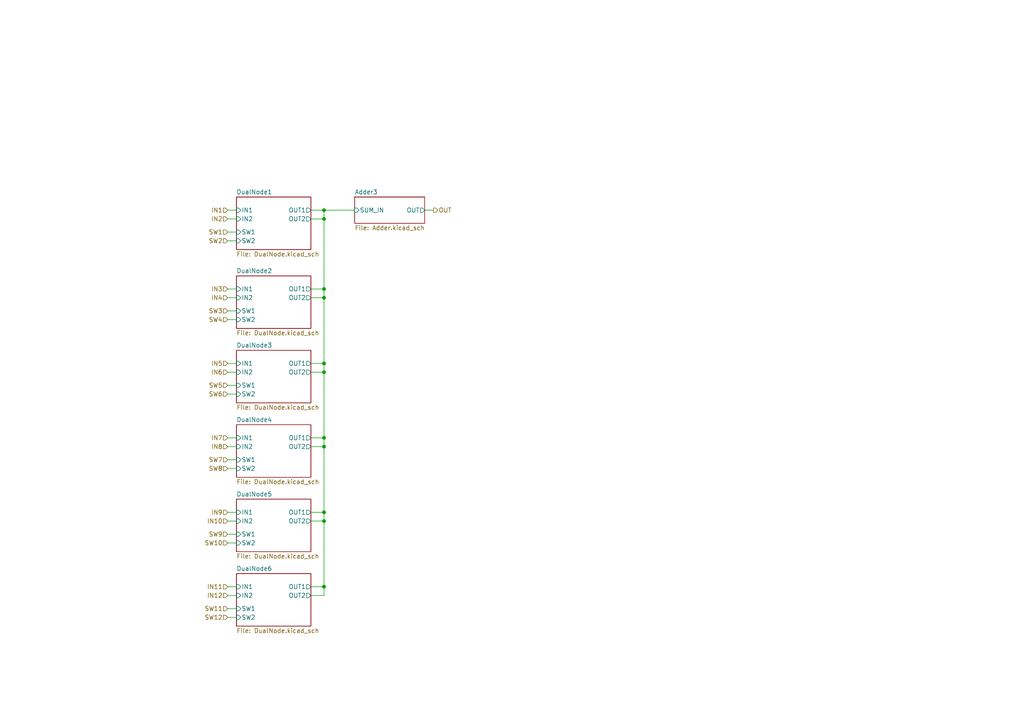
<source format=kicad_sch>
(kicad_sch (version 20221004) (generator eeschema)
  (paper "A4")
  (lib_symbols)
  (junction (at 93.98 105.41))
  (junction (at 93.98 63.5))
  (junction (at 93.98 129.54))
  (junction (at 93.98 151.13))
  (junction (at 93.98 60.96))
  (junction (at 93.98 83.82))
  (junction (at 93.98 148.59))
  (junction (at 93.98 127))
  (junction (at 93.98 170.18))
  (junction (at 93.98 107.95))
  (junction (at 93.98 86.36))
  (wire (pts (xy 66.04 90.17) (xy 68.58 90.17)))
  (wire (pts (xy 93.98 63.5) (xy 93.98 60.96)))
  (wire (pts (xy 66.04 92.71) (xy 68.58 92.71)))
  (wire (pts (xy 66.04 133.35) (xy 68.58 133.35)))
  (wire (pts (xy 66.04 172.72) (xy 68.58 172.72)))
  (wire (pts (xy 90.17 170.18) (xy 93.98 170.18)))
  (wire (pts (xy 93.98 129.54) (xy 93.98 148.59)))
  (wire (pts (xy 66.04 107.95) (xy 68.58 107.95)))
  (wire (pts (xy 66.04 148.59) (xy 68.58 148.59)))
  (wire (pts (xy 90.17 86.36) (xy 93.98 86.36)))
  (wire (pts (xy 90.17 107.95) (xy 93.98 107.95)))
  (wire (pts (xy 66.04 151.13) (xy 68.58 151.13)))
  (wire (pts (xy 93.98 60.96) (xy 102.87 60.96)))
  (wire (pts (xy 66.04 176.53) (xy 68.58 176.53)))
  (wire (pts (xy 66.04 129.54) (xy 68.58 129.54)))
  (wire (pts (xy 93.98 170.18) (xy 93.98 151.13)))
  (wire (pts (xy 66.04 114.3) (xy 68.58 114.3)))
  (wire (pts (xy 66.04 63.5) (xy 68.58 63.5)))
  (wire (pts (xy 93.98 105.41) (xy 93.98 86.36)))
  (wire (pts (xy 90.17 127) (xy 93.98 127)))
  (wire (pts (xy 93.98 83.82) (xy 93.98 63.5)))
  (wire (pts (xy 66.04 69.85) (xy 68.58 69.85)))
  (wire (pts (xy 90.17 172.72) (xy 93.98 172.72)))
  (wire (pts (xy 90.17 151.13) (xy 93.98 151.13)))
  (wire (pts (xy 66.04 67.31) (xy 68.58 67.31)))
  (wire (pts (xy 93.98 107.95) (xy 93.98 105.41)))
  (wire (pts (xy 90.17 60.96) (xy 93.98 60.96)))
  (wire (pts (xy 93.98 172.72) (xy 93.98 170.18)))
  (wire (pts (xy 123.19 60.96) (xy 125.73 60.96)))
  (wire (pts (xy 90.17 63.5) (xy 93.98 63.5)))
  (wire (pts (xy 93.98 127) (xy 93.98 129.54)))
  (wire (pts (xy 93.98 107.95) (xy 93.98 127)))
  (wire (pts (xy 90.17 148.59) (xy 93.98 148.59)))
  (wire (pts (xy 66.04 127) (xy 68.58 127)))
  (wire (pts (xy 66.04 105.41) (xy 68.58 105.41)))
  (wire (pts (xy 66.04 154.94) (xy 68.58 154.94)))
  (wire (pts (xy 93.98 86.36) (xy 93.98 83.82)))
  (wire (pts (xy 90.17 105.41) (xy 93.98 105.41)))
  (wire (pts (xy 66.04 86.36) (xy 68.58 86.36)))
  (wire (pts (xy 93.98 148.59) (xy 93.98 151.13)))
  (wire (pts (xy 66.04 135.89) (xy 68.58 135.89)))
  (wire (pts (xy 66.04 179.07) (xy 68.58 179.07)))
  (wire (pts (xy 66.04 170.18) (xy 68.58 170.18)))
  (wire (pts (xy 66.04 111.76) (xy 68.58 111.76)))
  (wire (pts (xy 66.04 157.48) (xy 68.58 157.48)))
  (wire (pts (xy 66.04 60.96) (xy 68.58 60.96)))
  (wire (pts (xy 66.04 83.82) (xy 68.58 83.82)))
  (wire (pts (xy 90.17 129.54) (xy 93.98 129.54)))
  (wire (pts (xy 90.17 83.82) (xy 93.98 83.82)))
  (hierarchical_label "IN4" (shape input) (at 66.04 86.36 180))
  (hierarchical_label "SW12" (shape input) (at 66.04 179.07 180))
  (hierarchical_label "OUT" (shape output) (at 125.73 60.96 0))
  (hierarchical_label "IN7" (shape input) (at 66.04 127 180))
  (hierarchical_label "IN1" (shape input) (at 66.04 60.96 180))
  (hierarchical_label "SW4" (shape input) (at 66.04 92.71 180))
  (hierarchical_label "IN8" (shape input) (at 66.04 129.54 180))
  (hierarchical_label "SW6" (shape input) (at 66.04 114.3 180))
  (hierarchical_label "SW11" (shape input) (at 66.04 176.53 180))
  (hierarchical_label "SW3" (shape input) (at 66.04 90.17 180))
  (hierarchical_label "SW9" (shape input) (at 66.04 154.94 180))
  (hierarchical_label "IN9" (shape input) (at 66.04 148.59 180))
  (hierarchical_label "SW2" (shape input) (at 66.04 69.85 180))
  (hierarchical_label "IN6" (shape input) (at 66.04 107.95 180))
  (hierarchical_label "SW8" (shape input) (at 66.04 135.89 180))
  (hierarchical_label "IN5" (shape input) (at 66.04 105.41 180))
  (hierarchical_label "SW7" (shape input) (at 66.04 133.35 180))
  (hierarchical_label "IN10" (shape input) (at 66.04 151.13 180))
  (hierarchical_label "IN2" (shape input) (at 66.04 63.5 180))
  (hierarchical_label "IN11" (shape input) (at 66.04 170.18 180))
  (hierarchical_label "SW5" (shape input) (at 66.04 111.76 180))
  (hierarchical_label "IN12" (shape input) (at 66.04 172.72 180))
  (hierarchical_label "SW1" (shape input) (at 66.04 67.31 180))
  (hierarchical_label "IN3" (shape input) (at 66.04 83.82 180))
  (hierarchical_label "SW10" (shape input) (at 66.04 157.48 180))
  (sheet (at 68.58 166.37) (size 21.59 15.24) (stroke (width 0.1524))
    (property "Sheetname" "DualNode6" (at 68.58 165.6584 0) (effects (justify left bottom)))
    (property "Sheetfile" "DualNode.kicad_sch" (at 68.58 182.1946 0) (effects (justify left top)))
    (pin "OUT1" output (at 90.17 170.18 0))
    (pin "OUT2" output (at 90.17 172.72 0))
    (pin "IN1" input (at 68.58 170.18 180))
    (pin "SW1" input (at 68.58 176.53 180))
    (pin "SW2" input (at 68.58 179.07 180))
    (pin "IN2" input (at 68.58 172.72 180))
  )
  (sheet (at 68.58 101.6) (size 21.59 15.24) (stroke (width 0.1524))
    (property "Sheetname" "DualNode3" (at 68.58 100.8884 0) (effects (justify left bottom)))
    (property "Sheetfile" "DualNode.kicad_sch" (at 68.58 117.4246 0) (effects (justify left top)))
    (pin "OUT1" output (at 90.17 105.41 0))
    (pin "OUT2" output (at 90.17 107.95 0))
    (pin "IN1" input (at 68.58 105.41 180))
    (pin "SW1" input (at 68.58 111.76 180))
    (pin "SW2" input (at 68.58 114.3 180))
    (pin "IN2" input (at 68.58 107.95 180))
  )
  (sheet (at 68.58 123.19) (size 21.59 15.24) (stroke (width 0.1524))
    (property "Sheetname" "DualNode4" (at 68.58 122.4784 0) (effects (justify left bottom)))
    (property "Sheetfile" "DualNode.kicad_sch" (at 68.58 139.0146 0) (effects (justify left top)))
    (pin "OUT1" output (at 90.17 127 0))
    (pin "OUT2" output (at 90.17 129.54 0))
    (pin "IN1" input (at 68.58 127 180))
    (pin "SW1" input (at 68.58 133.35 180))
    (pin "SW2" input (at 68.58 135.89 180))
    (pin "IN2" input (at 68.58 129.54 180))
  )
  (sheet (at 102.87 57.15) (size 20.32 7.62) (stroke (width 0.1524))
    (property "Sheetname" "Adder3" (at 102.87 56.4384 0) (effects (justify left bottom)))
    (property "Sheetfile" "Adder.kicad_sch" (at 102.87 65.3546 0) (effects (justify left top)))
    (pin "SUM_IN" input (at 102.87 60.96 180))
    (pin "OUT" output (at 123.19 60.96 0))
  )
  (sheet (at 68.58 57.15) (size 21.59 15.24) (stroke (width 0.1524))
    (property "Sheetname" "DualNode1" (at 68.58 56.4384 0) (effects (justify left bottom)))
    (property "Sheetfile" "DualNode.kicad_sch" (at 68.58 72.9746 0) (effects (justify left top)))
    (pin "OUT1" output (at 90.17 60.96 0))
    (pin "OUT2" output (at 90.17 63.5 0))
    (pin "IN1" input (at 68.58 60.96 180))
    (pin "SW1" input (at 68.58 67.31 180))
    (pin "SW2" input (at 68.58 69.85 180))
    (pin "IN2" input (at 68.58 63.5 180))
  )
  (sheet (at 68.58 80.01) (size 21.59 15.24) (stroke (width 0.1524))
    (property "Sheetname" "DualNode2" (at 68.58 79.2984 0) (effects (justify left bottom)))
    (property "Sheetfile" "DualNode.kicad_sch" (at 68.58 95.8346 0) (effects (justify left top)))
    (pin "OUT1" output (at 90.17 83.82 0))
    (pin "OUT2" output (at 90.17 86.36 0))
    (pin "IN1" input (at 68.58 83.82 180))
    (pin "SW1" input (at 68.58 90.17 180))
    (pin "SW2" input (at 68.58 92.71 180))
    (pin "IN2" input (at 68.58 86.36 180))
  )
  (sheet (at 68.58 144.78) (size 21.59 15.24) (stroke (width 0.1524))
    (property "Sheetname" "DualNode5" (at 68.58 144.0684 0) (effects (justify left bottom)))
    (property "Sheetfile" "DualNode.kicad_sch" (at 68.58 160.6046 0) (effects (justify left top)))
    (pin "OUT1" output (at 90.17 148.59 0))
    (pin "OUT2" output (at 90.17 151.13 0))
    (pin "IN1" input (at 68.58 148.59 180))
    (pin "SW1" input (at 68.58 154.94 180))
    (pin "SW2" input (at 68.58 157.48 180))
    (pin "IN2" input (at 68.58 151.13 180))
  )
)
</source>
